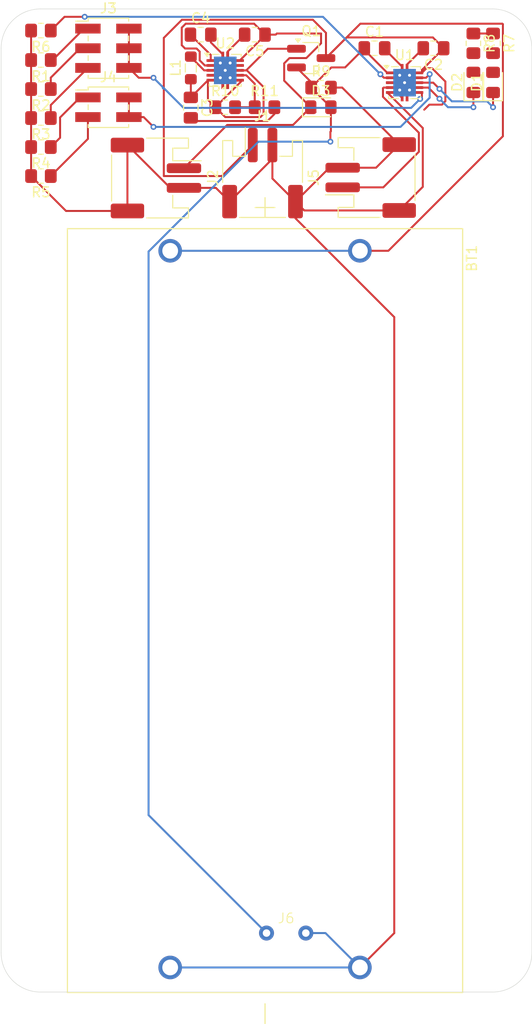
<source format=kicad_pcb>
(kicad_pcb (version 20240108) (generator "pcbnew") (generator_version "8.0")
  (layers (0 "F.Cu" signal) (31 "B.Cu" signal) (34 "B.Paste" user) (35 "F.Paste" user) (36 "B.SilkS" user "B.Silkscreen") (37 "F.SilkS" user "F.Silkscreen") (38 "B.Mask" user) (39 "F.Mask" user) (44 "Edge.Cuts" user))
  (net 0 "")
  (net 1 "+5V")
  (net 2 "GND")
  (net 3 "Net-(Q1-D)")
  (net 4 "Net-(U2-VAUX)")
  (net 5 "Net-(D3-K)")
  (net 6 "Net-(D1-A)")
  (net 7 "Net-(D1-K)")
  (net 8 "Net-(D2-A)")
  (net 9 "Net-(D2-K)")
  (net 10 "Net-(U2-L)")
  (net 11 "Net-(U1-ISET)")
  (net 12 "Net-(U2-UVLO)")
  (net 14 "Net-(J3-Pin_2)")
  (net 15 "Net-(J3-Pin_3)")
  (net 16 "Net-(J3-Pin_1)")
  (net 17 "Net-(J3-Pin_5)")
  (net 18 "Net-(J4-Pin_3)")
  (net 19 "Net-(J4-Pin_1)")
  (net 20 "Net-(J4-Pin_2)")
  (net 21 "Net-(J5-Pin_1)")
  (net 22 "Net-(J1-Pin_1)")
  (footprint "Resistor_SMD:R_0805_2012Metric_Pad1.20x1.40mm_HandSolder" (layer "F.Cu") (at 136.8 49.5)
    (property "Reference" "R11" (at 0 -1.65 0) (layer "F.SilkS"))
    (property "Value" "180kΩ")
    (pad "1" smd roundrect (at -1 0) (size 1.2 1.4) (layers "F.Cu" "F.Paste" "F.Mask") (roundrect_rratio 0.208333) (net 12 "Net-(U2-UVLO)"))
    (pad "2" smd roundrect (at 1 0) (size 1.2 1.4) (layers "F.Cu" "F.Paste" "F.Mask") (roundrect_rratio 0.208333) (net 2 "GND"))
  )
  (footprint "Diode_SMD:D_0805_2012Metric_Pad1.15x1.40mm_HandSolder" (layer "F.Cu") (at 142.525 49.5)
    (property "Reference" "D3" (at 0 -1.65 0) (layer "F.SilkS"))
    (property "Value" "D_Schottky")
    (pad "1" smd roundrect (at -1.025 0) (size 1.15 1.4) (layers "F.Cu" "F.Paste" "F.Mask") (roundrect_rratio 0.217391) (net 5 "Net-(D3-K)"))
    (pad "2" smd roundrect (at 1.025 0) (size 1.15 1.4) (layers "F.Cu" "F.Paste" "F.Mask") (roundrect_rratio 0.217391) (net 1 "+5V"))
  )
  (footprint "LED_SMD:LED_0805_2012Metric_Pad1.15x1.40mm_HandSolder" (layer "F.Cu") (at 160.05 46.975 90)
    (property "Reference" "D1" (at 0 -1.65 90) (layer "F.SilkS"))
    (property "Value" "LED")
    (pad "1" smd roundrect (at -1.025 0 90) (size 1.15 1.4) (layers "F.Cu" "F.Paste" "F.Mask") (roundrect_rratio 0.217391) (net 7 "Net-(D1-K)"))
    (pad "2" smd roundrect (at 1.025 0 90) (size 1.15 1.4) (layers "F.Cu" "F.Paste" "F.Mask") (roundrect_rratio 0.217391) (net 6 "Net-(D1-A)"))
  )
  (footprint "Inductor_SMD:L_0805_2012Metric_Pad1.05x1.20mm_HandSolder" (layer "F.Cu") (at 129.3 45.5 90)
    (property "Reference" "L1" (at 0 -1.55 90) (layer "F.SilkS"))
    (property "Value" "22μH")
    (pad "1" smd roundrect (at -1.15 0 90) (size 1.05 1.2) (layers "F.Cu" "F.Paste" "F.Mask") (roundrect_rratio 0.238095) (net 3 "Net-(Q1-D)"))
    (pad "2" smd roundrect (at 1.15 0 90) (size 1.05 1.2) (layers "F.Cu" "F.Paste" "F.Mask") (roundrect_rratio 0.238095) (net 10 "Net-(U2-L)"))
  )
  (footprint "Resistor_SMD:R_0805_2012Metric_Pad1.20x1.40mm_HandSolder" (layer "F.Cu") (at 114.05 41.7 180)
    (property "Reference" "R6" (at 0 -1.65 0) (layer "F.SilkS"))
    (property "Value" "600Ω")
    (pad "1" smd roundrect (at -1 0 180) (size 1.2 1.4) (layers "F.Cu" "F.Paste" "F.Mask") (roundrect_rratio 0.208333) (net 11 "Net-(U1-ISET)"))
    (pad "2" smd roundrect (at 1 0 180) (size 1.2 1.4) (layers "F.Cu" "F.Paste" "F.Mask") (roundrect_rratio 0.208333) (net 2 "GND"))
  )
  (footprint "Connector_PinHeader_2.00mm:PinHeader_2x03_P2.00mm_Vertical_SMD" (layer "F.Cu") (at 120.915 43.5)
    (property "Reference" "J3" (at 0 -4.06 0) (layer "F.SilkS"))
    (property "Value" "Chem Timer Select")
    (pad "1" smd rect (at -2.085 -2) (size 2.58 1) (layers "F.Cu" "F.Paste" "F.Mask") (net 16 "Net-(J3-Pin_1)"))
    (pad "2" smd rect (at 2.085 -2) (size 2.58 1) (layers "F.Cu" "F.Paste" "F.Mask") (net 14 "Net-(J3-Pin_2)"))
    (pad "3" smd rect (at -2.085 0) (size 2.58 1) (layers "F.Cu" "F.Paste" "F.Mask") (net 15 "Net-(J3-Pin_3)"))
    (pad "4" smd rect (at 2.085 0) (size 2.58 1) (layers "F.Cu" "F.Paste" "F.Mask") (net 14 "Net-(J3-Pin_2)"))
    (pad "5" smd rect (at -2.085 2) (size 2.58 1) (layers "F.Cu" "F.Paste" "F.Mask") (net 17 "Net-(J3-Pin_5)"))
    (pad "6" smd rect (at 2.085 2) (size 2.58 1) (layers "F.Cu" "F.Paste" "F.Mask") (net 14 "Net-(J3-Pin_2)"))
  )
  (footprint "Resistor_SMD:R_0805_2012Metric_Pad1.20x1.40mm_HandSolder" (layer "F.Cu") (at 160.05 43 -90)
    (property "Reference" "R7" (at 0 -1.65 90) (layer "F.SilkS"))
    (property "Value" "10kΩ")
    (pad "1" smd roundrect (at -1 0 270) (size 1.2 1.4) (layers "F.Cu" "F.Paste" "F.Mask") (roundrect_rratio 0.208333) (net 5 "Net-(D3-K)"))
    (pad "2" smd roundrect (at 1 0 270) (size 1.2 1.4) (layers "F.Cu" "F.Paste" "F.Mask") (roundrect_rratio 0.208333) (net 6 "Net-(D1-A)"))
  )
  (footprint "Package_TO_SOT_SMD:SOT-23_Handsoldering" (layer "F.Cu") (at 141.55 44.5)
    (property "Reference" "Q1" (at 0 -2.75 0) (layer "F.SilkS"))
    (property "Value" "PMOS")
    (pad "1" smd roundrect (at -1.5 -0.95) (size 1.9 0.8) (layers "F.Cu" "F.Paste" "F.Mask") (net 3 "Net-(Q1-D)"))
    (pad "2" smd roundrect (at -1.5 0.95) (size 1.9 0.8) (layers "F.Cu" "F.Paste" "F.Mask") (net 1 "+5V"))
    (pad "3" smd roundrect (at 1.5 0) (size 1.9 0.8) (layers "F.Cu" "F.Paste" "F.Mask") (net 22 "Net-(J1-Pin_1)"))
  )
  (footprint "Resistor_SMD:R_0805_2012Metric_Pad1.20x1.40mm_HandSolder" (layer "F.Cu") (at 142.55 47.5)
    (property "Reference" "R9" (at 0 -1.65 0) (layer "F.SilkS"))
    (property "Value" "10kΩ")
    (pad "1" smd roundrect (at -1 0) (size 1.2 1.4) (layers "F.Cu" "F.Paste" "F.Mask") (roundrect_rratio 0.208333) (net 1 "+5V"))
    (pad "2" smd roundrect (at 1 0) (size 1.2 1.4) (layers "F.Cu" "F.Paste" "F.Mask") (roundrect_rratio 0.208333) (net 2 "GND"))
  )
  (footprint "Connector_JST:JST_PH_S2B-PH-SM4-TB_1x02-1MP_P2.00mm_Horizontal" (layer "F.Cu") (at 136.6 56.2)
    (property "Reference" "J1" (at 0 -5.8 0) (layer "F.SilkS"))
    (property "Value" "BAT")
    (pad "1" smd roundrect (at -1 -2.85) (size 1 3.5) (layers "F.Cu" "F.Paste" "F.Mask") (net 22 "Net-(J1-Pin_1)"))
    (pad "2" smd roundrect (at 1 -2.85) (size 1 3.5) (layers "F.Cu" "F.Paste" "F.Mask") (net 2 "GND"))
    (pad "MP" smd roundrect (at -3.35 2.9) (size 1.5 3.4) (layers "F.Cu" "F.Paste" "F.Mask") (roundrect_rratio 0.166667) (net 2 "GND"))
    (pad "MP" smd roundrect (at 3.35 2.9) (size 1.5 3.4) (layers "F.Cu" "F.Paste" "F.Mask") (roundrect_rratio 0.166667) (net 2 "GND"))
  )
  (footprint "Resistor_SMD:R_0805_2012Metric_Pad1.20x1.40mm_HandSolder" (layer "F.Cu") (at 114.05 53.55 180)
    (property "Reference" "R4" (at 0 -1.65 0) (layer "F.SilkS"))
    (property "Value" "82kΩ")
    (pad "1" smd roundrect (at -1 0 180) (size 1.2 1.4) (layers "F.Cu" "F.Paste" "F.Mask") (roundrect_rratio 0.208333) (net 19 "Net-(J4-Pin_1)"))
    (pad "2" smd roundrect (at 1 0 180) (size 1.2 1.4) (layers "F.Cu" "F.Paste" "F.Mask") (roundrect_rratio 0.208333) (net 2 "GND"))
  )
  (footprint "Capacitor_SMD:C_0805_2012Metric_Pad1.18x1.45mm_HandSolder" (layer "F.Cu") (at 153.9875 43.5 180)
    (property "Reference" "C2" (at 0 -1.68 0) (layer "F.SilkS"))
    (property "Value" "1μF")
    (pad "1" smd roundrect (at -1.0375 0 180) (size 1.175 1.45) (layers "F.Cu" "F.Paste" "F.Mask") (roundrect_rratio 0.212766) (net 22 "Net-(J1-Pin_1)"))
    (pad "2" smd roundrect (at 1.0375 0 180) (size 1.175 1.45) (layers "F.Cu" "F.Paste" "F.Mask") (roundrect_rratio 0.212766) (net 2 "GND"))
  )
  (footprint "Resistor_SMD:R_0805_2012Metric_Pad1.20x1.40mm_HandSolder" (layer "F.Cu") (at 132.8 49.5)
    (property "Reference" "R10" (at 0 -1.65 0) (layer "F.SilkS"))
    (property "Value" "2MΩ")
    (pad "1" smd roundrect (at -1 0) (size 1.2 1.4) (layers "F.Cu" "F.Paste" "F.Mask") (roundrect_rratio 0.208333) (net 3 "Net-(Q1-D)"))
    (pad "2" smd roundrect (at 1 0) (size 1.2 1.4) (layers "F.Cu" "F.Paste" "F.Mask") (roundrect_rratio 0.208333) (net 12 "Net-(U2-UVLO)"))
  )
  (footprint "Capacitor_SMD:C_0805_2012Metric_Pad1.18x1.45mm_HandSolder" (layer "F.Cu") (at 147.9875 43.5)
    (property "Reference" "C1" (at 0 -1.68 0) (layer "F.SilkS"))
    (property "Value" "1μF")
    (pad "1" smd roundrect (at -1.0375 0) (size 1.175 1.45) (layers "F.Cu" "F.Paste" "F.Mask") (roundrect_rratio 0.212766) (net 1 "+5V"))
    (pad "2" smd roundrect (at 1.0375 0) (size 1.175 1.45) (layers "F.Cu" "F.Paste" "F.Mask") (roundrect_rratio 0.212766) (net 2 "GND"))
  )
  (footprint "Connector_JST:JST_PH_S2B-PH-SM4-TB_1x02-1MP_P2.00mm_Horizontal" (layer "F.Cu") (at 125.75 56.7 -90)
    (property "Reference" "J2" (at 0 -5.8 90) (layer "F.SilkS"))
    (property "Value" "LOAD")
    (pad "1" smd roundrect (at -1 -2.85 270) (size 1 3.5) (layers "F.Cu" "F.Paste" "F.Mask") (net 5 "Net-(D3-K)"))
    (pad "2" smd roundrect (at 1 -2.85 270) (size 1 3.5) (layers "F.Cu" "F.Paste" "F.Mask") (net 2 "GND"))
    (pad "MP" smd roundrect (at -3.35 2.9 270) (size 1.5 3.4) (layers "F.Cu" "F.Paste" "F.Mask") (roundrect_rratio 0.166667) (net 2 "GND"))
    (pad "MP" smd roundrect (at 3.35 2.9 270) (size 1.5 3.4) (layers "F.Cu" "F.Paste" "F.Mask") (roundrect_rratio 0.166667) (net 2 "GND"))
  )
  (footprint "Package_SON:Texas_S-PVSON-N10_ThermalVias" (layer "F.Cu") (at 151.05 47)
    (property "Reference" "U1" (at 0 -2.8 0) (layer "F.SilkS"))
    (property "Value" "BQ25171-Q1")
    (pad "1" smd rect (at -1.76 -1) (size 0.28 0.28) (layers "F.Cu" "F.Paste" "F.Mask") (net 1 "+5V"))
    (pad "1" smd oval (at -1.475 -1) (size 0.85 0.28) (layers "F.Cu" "F.Paste" "F.Mask") (net 1 "+5V"))
    (pad "2" smd rect (at -1.76 -0.5) (size 0.28 0.28) (layers "F.Cu" "F.Paste" "F.Mask") (net 11 "Net-(U1-ISET)"))
    (pad "2" smd oval (at -1.475 -0.5) (size 0.85 0.28) (layers "F.Cu" "F.Paste" "F.Mask") (net 11 "Net-(U1-ISET)"))
    (pad "3" smd rect (at -1.76 0) (size 0.28 0.28) (layers "F.Cu" "F.Paste" "F.Mask"))
    (pad "3" smd oval (at -1.475 0) (size 0.85 0.28) (layers "F.Cu" "F.Paste" "F.Mask"))
    (pad "4" smd rect (at -1.76 0.5) (size 0.28 0.28) (layers "F.Cu" "F.Paste" "F.Mask") (net 21 "Net-(J5-Pin_1)"))
    (pad "4" smd oval (at -1.475 0.5) (size 0.85 0.28) (layers "F.Cu" "F.Paste" "F.Mask") (net 21 "Net-(J5-Pin_1)"))
    (pad "5" smd rect (at -1.76 1) (size 0.28 0.28) (layers "F.Cu" "F.Paste" "F.Mask") (net 2 "GND"))
    (pad "5" smd oval (at -1.475 1) (size 0.85 0.28) (layers "F.Cu" "F.Paste" "F.Mask") (net 2 "GND"))
    (pad "6" smd oval (at 1.475 1) (size 0.85 0.28) (layers "F.Cu" "F.Paste" "F.Mask") (net 14 "Net-(J3-Pin_2)"))
    (pad "6" smd rect (at 1.76 1) (size 0.28 0.28) (layers "F.Cu" "F.Paste" "F.Mask") (net 14 "Net-(J3-Pin_2)"))
    (pad "7" smd oval (at 1.475 0.5) (size 0.85 0.28) (layers "F.Cu" "F.Paste" "F.Mask") (net 9 "Net-(D2-K)"))
    (pad "7" smd rect (at 1.76 0.5) (size 0.28 0.28) (layers "F.Cu" "F.Paste" "F.Mask") (net 9 "Net-(D2-K)"))
    (pad "8" smd oval (at 1.475 0) (size 0.85 0.28) (layers "F.Cu" "F.Paste" "F.Mask") (net 7 "Net-(D1-K)"))
    (pad "8" smd rect (at 1.76 0) (size 0.28 0.28) (layers "F.Cu" "F.Paste" "F.Mask") (net 7 "Net-(D1-K)"))
    (pad "9" smd oval (at 1.475 -0.5) (size 0.85 0.28) (layers "F.Cu" "F.Paste" "F.Mask") (net 20 "Net-(J4-Pin_2)"))
    (pad "9" smd rect (at 1.76 -0.5) (size 0.28 0.28) (layers "F.Cu" "F.Paste" "F.Mask") (net 20 "Net-(J4-Pin_2)"))
    (pad "10" smd oval (at 1.475 -1) (size 0.85 0.28) (layers "F.Cu" "F.Paste" "F.Mask") (net 22 "Net-(J1-Pin_1)"))
    (pad "10" smd rect (at 1.76 -1) (size 0.28 0.28) (layers "F.Cu" "F.Paste" "F.Mask") (net 22 "Net-(J1-Pin_1)"))
    (pad "11" thru_hole circle (at -0.5 -0.75) (size 0.6 0.6) (drill 0.3) (layers "*.Cu" "*.Mask") (net 2 "GND"))
    (pad "11" thru_hole circle (at -0.5 0.75) (size 0.6 0.6) (drill 0.3) (layers "*.Cu" "*.Mask") (net 2 "GND"))
    (pad "11" smd rect (at -0.45 -0.635) (size 0.68 1.05) (layers "F.Cu" "F.Paste" "F.Mask") (net 2 "GND"))
    (pad "11" smd rect (at -0.45 0.635) (size 0.68 1.05) (layers "F.Cu" "F.Paste" "F.Mask") (net 2 "GND"))
    (pad "11" smd rect (at -0.25 -1.63) (size 0.26 0.5) (layers "F.Cu" "F.Paste" "F.Mask") (net 2 "GND"))
    (pad "11" smd rect (at -0.25 -1.55) (size 0.28 0.7) (layers "F.Cu" "F.Mask") (net 2 "GND"))
    (pad "11" smd rect (at -0.25 1.55) (size 0.28 0.7) (layers "F.Cu" "F.Mask") (net 2 "GND"))
    (pad "11" smd rect (at -0.25 1.63) (size 0.26 0.5) (layers "F.Cu" "F.Paste" "F.Mask") (net 2 "GND"))
    (pad "11" thru_hole circle (at 0 0) (size 0.6 0.6) (drill 0.3) (layers "*.Cu" "*.Mask") (net 2 "GND"))
    (pad "11" smd rect (at 0 0) (size 1.65 2.4) (layers "F.Cu" "F.Mask") (net 2 "GND"))
    (pad "11" smd rect (at 0 0) (size 2.3 2.8) (layers "B.Cu") (net 2 "GND"))
    (pad "11" smd rect (at 0.25 -1.63) (size 0.26 0.5) (layers "F.Cu" "F.Paste" "F.Mask") (net 2 "GND"))
    (pad "11" smd rect (at 0.25 -1.55) (size 0.28 0.7) (layers "F.Cu" "F.Mask") (net 2 "GND"))
    (pad "11" smd rect (at 0.25 1.55) (size 0.28 0.7) (layers "F.Cu" "F.Mask") (net 2 "GND"))
    (pad "11" smd rect (at 0.25 1.63) (size 0.26 0.5) (layers "F.Cu" "F.Paste" "F.Mask") (net 2 "GND"))
    (pad "11" smd rect (at 0.45 -0.635) (size 0.68 1.05) (layers "F.Cu" "F.Paste" "F.Mask") (net 2 "GND"))
    (pad "11" smd rect (at 0.45 0.635) (size 0.68 1.05) (layers "F.Cu" "F.Paste" "F.Mask") (net 2 "GND"))
    (pad "11" thru_hole circle (at 0.5 -0.75) (size 0.6 0.6) (drill 0.3) (layers "*.Cu" "*.Mask") (net 2 "GND"))
    (pad "11" thru_hole circle (at 0.5 0.75) (size 0.6 0.6) (drill 0.3) (layers "*.Cu" "*.Mask") (net 2 "GND"))
  )
  (footprint "Connector_PinHeader_2.00mm:PinHeader_2x02_P2.00mm_Vertical_SMD" (layer "F.Cu") (at 120.915 49.5)
    (property "Reference" "J4" (at 0 -3.06 0) (layer "F.SilkS"))
    (property "Value" "LiFePO or LiIon/NiMH Select")
    (pad "1" smd rect (at -2.085 -1) (size 2.58 1) (layers "F.Cu" "F.Paste" "F.Mask") (net 19 "Net-(J4-Pin_1)"))
    (pad "2" smd rect (at 2.085 -1) (size 2.58 1) (layers "F.Cu" "F.Paste" "F.Mask") (net 20 "Net-(J4-Pin_2)"))
    (pad "3" smd rect (at -2.085 1) (size 2.58 1) (layers "F.Cu" "F.Paste" "F.Mask") (net 18 "Net-(J4-Pin_3)"))
    (pad "4" smd rect (at 2.085 1) (size 2.58 1) (layers "F.Cu" "F.Paste" "F.Mask") (net 20 "Net-(J4-Pin_2)"))
  )
  (footprint "Resistor_SMD:R_0805_2012Metric_Pad1.20x1.40mm_HandSolder" (layer "F.Cu") (at 114.05 44.7 180)
    (property "Reference" "R1" (at 0 -1.65 0) (layer "F.SilkS"))
    (property "Value" "82kΩ")
    (pad "1" smd roundrect (at -1 0 180) (size 1.2 1.4) (layers "F.Cu" "F.Paste" "F.Mask") (roundrect_rratio 0.208333) (net 16 "Net-(J3-Pin_1)"))
    (pad "2" smd roundrect (at 1 0 180) (size 1.2 1.4) (layers "F.Cu" "F.Paste" "F.Mask") (roundrect_rratio 0.208333) (net 2 "GND"))
  )
  (footprint "Capacitor_SMD:C_0805_2012Metric_Pad1.18x1.45mm_HandSolder" (layer "F.Cu") (at 130.3 42.115)
    (property "Reference" "C4" (at 0 -1.68 0) (layer "F.SilkS"))
    (property "Value" "1μF")
    (pad "1" smd roundrect (at -1.0375 0) (size 1.175 1.45) (layers "F.Cu" "F.Paste" "F.Mask") (roundrect_rratio 0.212766) (net 4 "Net-(U2-VAUX)"))
    (pad "2" smd roundrect (at 1.0375 0) (size 1.175 1.45) (layers "F.Cu" "F.Paste" "F.Mask") (roundrect_rratio 0.212766) (net 2 "GND"))
  )
  (footprint "Capacitor_SMD:C_0805_2012Metric_Pad1.18x1.45mm_HandSolder" (layer "F.Cu") (at 129.3 49.5375 -90)
    (property "Reference" "C3" (at 0 -1.68 90) (layer "F.SilkS"))
    (property "Value" "4.7μF")
    (pad "1" smd roundrect (at -1.0375 0 270) (size 1.175 1.45) (layers "F.Cu" "F.Paste" "F.Mask") (roundrect_rratio 0.212766) (net 3 "Net-(Q1-D)"))
    (pad "2" smd roundrect (at 1.0375 0 270) (size 1.175 1.45) (layers "F.Cu" "F.Paste" "F.Mask") (roundrect_rratio 0.212766) (net 2 "GND"))
  )
  (footprint "Resistor_SMD:R_0805_2012Metric_Pad1.20x1.40mm_HandSolder" (layer "F.Cu") (at 114.05 50.6 180)
    (property "Reference" "R3" (at 0 -1.65 0) (layer "F.SilkS"))
    (property "Value" "4.7kΩ")
    (pad "1" smd roundrect (at -1 0 180) (size 1.2 1.4) (layers "F.Cu" "F.Paste" "F.Mask") (roundrect_rratio 0.208333) (net 17 "Net-(J3-Pin_5)"))
    (pad "2" smd roundrect (at 1 0 180) (size 1.2 1.4) (layers "F.Cu" "F.Paste" "F.Mask") (roundrect_rratio 0.208333) (net 2 "GND"))
  )
  (footprint "Resistor_SMD:R_0805_2012Metric_Pad1.20x1.40mm_HandSolder" (layer "F.Cu") (at 114.05 56.5 180)
    (property "Reference" "R5" (at 0 -1.65 0) (layer "F.SilkS"))
    (property "Value" "18kΩ")
    (pad "1" smd roundrect (at -1 0 180) (size 1.2 1.4) (layers "F.Cu" "F.Paste" "F.Mask") (roundrect_rratio 0.208333) (net 18 "Net-(J4-Pin_3)"))
    (pad "2" smd roundrect (at 1 0 180) (size 1.2 1.4) (layers "F.Cu" "F.Paste" "F.Mask") (roundrect_rratio 0.208333) (net 2 "GND"))
  )
  (footprint "Package_SON:Texas_S-PVSON-N10_ThermalVias" (layer "F.Cu") (at 132.8 45.75)
    (property "Reference" "U2" (at 0 -2.75 0) (layer "F.SilkS"))
    (property "Value" "TPS61200DRC")
    (pad "1" smd rect (at -1.76 -1) (size 0.28 0.28) (layers "F.Cu" "F.Paste" "F.Mask") (net 4 "Net-(U2-VAUX)"))
    (pad "1" smd oval (at -1.475 -1) (size 0.85 0.28) (layers "F.Cu" "F.Paste" "F.Mask") (net 4 "Net-(U2-VAUX)"))
    (pad "2" smd rect (at -1.76 -0.5) (size 0.28 0.28) (layers "F.Cu" "F.Paste" "F.Mask") (net 5 "Net-(D3-K)"))
    (pad "2" smd oval (at -1.475 -0.5) (size 0.85 0.28) (layers "F.Cu" "F.Paste" "F.Mask") (net 5 "Net-(D3-K)"))
    (pad "3" smd rect (at -1.76 0) (size 0.28 0.28) (layers "F.Cu" "F.Paste" "F.Mask") (net 10 "Net-(U2-L)"))
    (pad "3" smd oval (at -1.475 0) (size 0.85 0.28) (layers "F.Cu" "F.Paste" "F.Mask") (net 10 "Net-(U2-L)"))
    (pad "4" smd rect (at -1.76 0.5) (size 0.28 0.28) (layers "F.Cu" "F.Paste" "F.Mask") (net 2 "GND"))
    (pad "4" smd oval (at -1.475 0.5) (size 0.85 0.28) (layers "F.Cu" "F.Paste" "F.Mask") (net 2 "GND"))
    (pad "5" smd rect (at -1.76 1) (size 0.28 0.28) (layers "F.Cu" "F.Paste" "F.Mask") (net 3 "Net-(Q1-D)"))
    (pad "5" smd oval (at -1.475 1) (size 0.85 0.28) (layers "F.Cu" "F.Paste" "F.Mask") (net 3 "Net-(Q1-D)"))
    (pad "6" smd oval (at 1.475 1) (size 0.85 0.28) (layers "F.Cu" "F.Paste" "F.Mask") (net 3 "Net-(Q1-D)"))
    (pad "6" smd rect (at 1.76 1) (size 0.28 0.28) (layers "F.Cu" "F.Paste" "F.Mask") (net 3 "Net-(Q1-D)"))
    (pad "7" smd oval (at 1.475 0.5) (size 0.85 0.28) (layers "F.Cu" "F.Paste" "F.Mask") (net 12 "Net-(U2-UVLO)"))
    (pad "7" smd rect (at 1.76 0.5) (size 0.28 0.28) (layers "F.Cu" "F.Paste" "F.Mask") (net 12 "Net-(U2-UVLO)"))
    (pad "8" smd oval (at 1.475 0) (size 0.85 0.28) (layers "F.Cu" "F.Paste" "F.Mask") (net 3 "Net-(Q1-D)"))
    (pad "8" smd rect (at 1.76 0) (size 0.28 0.28) (layers "F.Cu" "F.Paste" "F.Mask") (net 3 "Net-(Q1-D)"))
    (pad "9" smd oval (at 1.475 -0.5) (size 0.85 0.28) (layers "F.Cu" "F.Paste" "F.Mask") (net 2 "GND"))
    (pad "9" smd rect (at 1.76 -0.5) (size 0.28 0.28) (layers "F.Cu" "F.Paste" "F.Mask") (net 2 "GND"))
    (pad "10" smd oval (at 1.475 -1) (size 0.85 0.28) (layers "F.Cu" "F.Paste" "F.Mask") (net 5 "Net-(D3-K)"))
    (pad "10" smd rect (at 1.76 -1) (size 0.28 0.28) (layers "F.Cu" "F.Paste" "F.Mask") (net 5 "Net-(D3-K)"))
    (pad "11" thru_hole circle (at -0.5 -0.75) (size 0.6 0.6) (drill 0.3) (layers "*.Cu" "*.Mask") (net 2 "GND"))
    (pad "11" thru_hole circle (at -0.5 0.75) (size 0.6 0.6) (drill 0.3) (layers "*.Cu" "*.Mask") (net 2 "GND"))
    (pad "11" smd rect (at -0.45 -0.635) (size 0.68 1.05) (layers "F.Cu" "F.Paste" "F.Mask") (net 2 "GND"))
    (pad "11" smd rect (at -0.45 0.635) (size 0.68 1.05) (layers "F.Cu" "F.Paste" "F.Mask") (net 2 "GND"))
    (pad "11" smd rect (at -0.25 -1.63) (size 0.26 0.5) (layers "F.Cu" "F.Paste" "F.Mask") (net 2 "GND"))
    (pad "11" smd rect (at -0.25 -1.55) (size 0.28 0.7) (layers "F.Cu" "F.Mask") (net 2 "GND"))
    (pad "11" smd rect (at -0.25 1.55) (size 0.28 0.7) (layers "F.Cu" "F.Mask") (net 2 "GND"))
    (pad "11" smd rect (at -0.25 1.63) (size 0.26 0.5) (layers "F.Cu" "F.Paste" "F.Mask") (net 2 "GND"))
    (pad "11" thru_hole circle (at 0 0) (size 0.6 0.6) (drill 0.3) (layers "*.Cu" "*.Mask") (net 2 "GND"))
    (pad "11" smd rect (at 0 0) (size 1.65 2.4) (layers "F.Cu" "F.Mask") (net 2 "GND"))
    (pad "11" smd rect (at 0 0) (size 2.3 2.8) (layers "B.Cu") (net 2 "GND"))
    (pad "11" smd rect (at 0.25 -1.63) (size 0.26 0.5) (layers "F.Cu" "F.Paste" "F.Mask") (net 2 "GND"))
    (pad "11" smd rect (at 0.25 -1.55) (size 0.28 0.7) (layers "F.Cu" "F.Mask") (net 2 "GND"))
    (pad "11" smd rect (at 0.25 1.55) (size 0.28 0.7) (layers "F.Cu" "F.Mask") (net 2 "GND"))
    (pad "11" smd rect (at 0.25 1.63) (size 0.26 0.5) (layers "F.Cu" "F.Paste" "F.Mask") (net 2 "GND"))
    (pad "11" smd rect (at 0.45 -0.635) (size 0.68 1.05) (layers "F.Cu" "F.Paste" "F.Mask") (net 2 "GND"))
    (pad "11" smd rect (at 0.45 0.635) (size 0.68 1.05) (layers "F.Cu" "F.Paste" "F.Mask") (net 2 "GND"))
    (pad "11" thru_hole circle (at 0.5 -0.75) (size 0.6 0.6) (drill 0.3) (layers "*.Cu" "*.Mask") (net 2 "GND"))
    (pad "11" thru_hole circle (at 0.5 0.75) (size 0.6 0.6) (drill 0.3) (layers "*.Cu" "*.Mask") (net 2 "GND"))
  )
  (footprint "chatter-usb-tap:Chatter_USB_Tap" (layer "F.Cu") (at 139 133.5)
    (property "Reference" "J6" (at 0 -1.5 0) (layer "F.SilkS") (effects (font (thickness 0.1))))
    (property "Value" "USB TAP")
    (pad "1" thru_hole circle (at -2 0) (size 1.524 1.524) (drill 0.762) (layers "*.Cu" "*.Mask") (net 1 "+5V"))
    (pad "2" thru_hole circle (at 2 0) (size 1.524 1.524) (drill 0.762) (layers "*.Cu" "*.Mask") (net 2 "GND"))
  )
  (footprint "Resistor_SMD:R_0805_2012Metric_Pad1.20x1.40mm_HandSolder" (layer "F.Cu") (at 114.05 47.65 180)
    (property "Reference" "R2" (at 0 -1.65 0) (layer "F.SilkS"))
    (property "Value" "18kΩ")
    (pad "1" smd roundrect (at -1 0 180) (size 1.2 1.4) (layers "F.Cu" "F.Paste" "F.Mask") (roundrect_rratio 0.208333) (net 15 "Net-(J3-Pin_3)"))
    (pad "2" smd roundrect (at 1 0 180) (size 1.2 1.4) (layers "F.Cu" "F.Paste" "F.Mask") (roundrect_rratio 0.208333) (net 2 "GND"))
  )
  (footprint "BK-18650-PC4:BAT_BK-18650-PC4" (layer "F.Cu") (at 136.85 100.7 -90)
    (property "Reference" "BT1" (at -35.825 -21.045 90) (layer "F.SilkS"))
    (property "Value" "BK-18650-PC4")
    (pad "" np_thru_hole circle (at -27.81 -9.65 270) (size 3.2 3.2) (drill 3.2) (layers "*.Cu" "*.Mask"))
    (pad "" np_thru_hole circle (at -27.81 9.65 270) (size 3.2 3.2) (drill 3.2) (layers "*.Cu" "*.Mask"))
    (pad "" np_thru_hole circle (at 27.81 -9.65 270) (size 3.2 3.2) (drill 3.2) (layers "*.Cu" "*.Mask"))
    (pad "" np_thru_hole circle (at 27.81 9.65 270) (size 3.2 3.2) (drill 3.2) (layers "*.Cu" "*.Mask"))
    (pad "1+" thru_hole circle (at -36.6 -9.65 270) (size 2.4 2.4) (drill 1.6) (layers "*.Cu" "*.Mask") (net 22 "Net-(J1-Pin_1)"))
    (pad "1-" thru_hole circle (at 36.3 -9.65 270) (size 2.4 2.4) (drill 1.6) (layers "*.Cu" "*.Mask") (net 2 "GND"))
    (pad "2+" thru_hole circle (at -36.6 9.65 270) (size 2.4 2.4) (drill 1.6) (layers "*.Cu" "*.Mask") (net 22 "Net-(J1-Pin_1)"))
    (pad "2-" thru_hole circle (at 36.3 9.65 270) (size 2.4 2.4) (drill 1.6) (layers "*.Cu" "*.Mask") (net 2 "GND"))
  )
  (footprint "Capacitor_SMD:C_0805_2012Metric_Pad1.18x1.45mm_HandSolder" (layer "F.Cu") (at 135.8125 42.115 180)
    (property "Reference" "C5" (at 0 -1.68 0) (layer "F.SilkS"))
    (property "Value" "22μF")
    (pad "1" smd roundrect (at -1.0375 0 180) (size 1.175 1.45) (layers "F.Cu" "F.Paste" "F.Mask") (roundrect_rratio 0.212766) (net 5 "Net-(D3-K)"))
    (pad "2" smd roundrect (at 1.0375 0 180) (size 1.175 1.45) (layers "F.Cu" "F.Paste" "F.Mask") (roundrect_rratio 0.212766) (net 2 "GND"))
  )
  (footprint "LED_SMD:LED_0805_2012Metric_Pad1.15x1.40mm_HandSolder" (layer "F.Cu") (at 158.05 46.975 90)
    (property "Reference" "D2" (at 0 -1.65 90) (layer "F.SilkS"))
    (property "Value" "LED")
    (pad "1" smd roundrect (at -1.025 0 90) (size 1.15 1.4) (layers "F.Cu" "F.Paste" "F.Mask") (roundrect_rratio 0.217391) (net 9 "Net-(D2-K)"))
    (pad "2" smd roundrect (at 1.025 0 90) (size 1.15 1.4) (layers "F.Cu" "F.Paste" "F.Mask") (roundrect_rratio 0.217391) (net 8 "Net-(D2-A)"))
  )
  (footprint "Connector_JST:JST_PH_S2B-PH-SM4-TB_1x02-1MP_P2.00mm_Horizontal" (layer "F.Cu") (at 147.6 56.65 90)
    (property "Reference" "J5" (at 0 -5.8 90) (layer "F.SilkS"))
    (property "Value" "THERM")
    (pad "1" smd roundrect (at -1 -2.85 90) (size 1 3.5) (layers "F.Cu" "F.Paste" "F.Mask") (net 21 "Net-(J5-Pin_1)"))
    (pad "2" smd roundrect (at 1 -2.85 90) (size 1 3.5) (layers "F.Cu" "F.Paste" "F.Mask") (net 2 "GND"))
    (pad "MP" smd roundrect (at -3.35 2.9 90) (size 1.5 3.4) (layers "F.Cu" "F.Paste" "F.Mask") (roundrect_rratio 0.166667) (net 2 "GND"))
    (pad "MP" smd roundrect (at 3.35 2.9 90) (size 1.5 3.4) (layers "F.Cu" "F.Paste" "F.Mask") (roundrect_rratio 0.166667) (net 2 "GND"))
  )
  (footprint "Resistor_SMD:R_0805_2012Metric_Pad1.20x1.40mm_HandSolder" (layer "F.Cu") (at 158.05 43 -90)
    (property "Reference" "R8" (at 0 -1.65 90) (layer "F.SilkS"))
    (property "Value" "10kΩ")
    (pad "1" smd roundrect (at -1 0 270) (size 1.2 1.4) (layers "F.Cu" "F.Paste" "F.Mask") (roundrect_rratio 0.208333) (net 5 "Net-(D3-K)"))
    (pad "2" smd roundrect (at 1 0 270) (size 1.2 1.4) (layers "F.Cu" "F.Paste" "F.Mask") (roundrect_rratio 0.208333) (net 8 "Net-(D2-A)"))
  )
  (gr_line (start 110 135.5) (end 110 43.5) (stroke (width 0.05)) (layer "Edge.Cuts"))
  (gr_line (start 164 43.5) (end 164 135.5) (stroke (width 0.05)) (layer "Edge.Cuts"))
  (gr_arc (start 164 135.5) (mid 162.828427 138.328427) (end 160 139.5) (stroke (width 0.05)) (layer "Edge.Cuts"))
  (gr_line (start 160 139.5) (end 114 139.5) (stroke (width 0.05)) (layer "Edge.Cuts"))
  (gr_arc (start 110 43.5) (mid 111.171573 40.671573) (end 114 39.5) (stroke (width 0.05)) (layer "Edge.Cuts"))
  (gr_arc (start 114 139.5) (mid 111.171573 138.328427) (end 110 135.5) (stroke (width 0.05)) (layer "Edge.Cuts"))
  (gr_arc (start 160 39.5) (mid 162.828427 40.671573) (end 164 43.5) (stroke (width 0.05)) (layer "Edge.Cuts"))
  (gr_line (start 114 39.5) (end 160 39.5) (stroke (width 0.05)) (layer "Edge.Cuts"))
  (segment (start 143.55 51.95) (end 143.55 49.5) (width 0.2) (layer "F.Cu") (net 1))
  (segment (start 143.6 45.45) (end 141.55 47.5) (width 0.2) (layer "F.Cu") (net 1))
  (segment (start 143.5 52) (end 143.55 51.95) (width 0.2) (layer "F.Cu") (net 1))
  (segment (start 146.95 43.5) (end 146.95 43.66) (width 0.2) (layer "F.Cu") (net 1))
  (segment (start 145 45.45) (end 146.95 43.5) (width 0.2) (layer "F.Cu") (net 1))
  (segment (start 141.55 47.5) (end 141.55 46.95) (width 0.2) (layer "F.Cu") (net 1))
  (segment (start 141.55 46.95) (end 140.05 45.45) (width 0.2) (layer "F.Cu") (net 1))
  (segment (start 145 45.45) (end 143.6 45.45) (width 0.2) (layer "F.Cu") (net 1))
  (segment (start 141.55 47.5) (end 143.55 49.5) (width 0.2) (layer "F.Cu") (net 1))
  (segment (start 143.5 53) (end 143.5 52) (width 0.2) (layer "F.Cu") (net 1))
  (segment (start 146.95 43.66) (end 149.29 46) (width 0.2) (layer "F.Cu") (net 1))
  (via (at 143.5 53) (size 0.6) (drill 0.3) (layers "F.Cu" "B.Cu") (net 1))
  (segment (start 125 121.5) (end 125 64.178679) (width 0.2) (layer "B.Cu") (net 1))
  (segment (start 136.178679 53) (end 143.5 53) (width 0.2) (layer "B.Cu") (net 1))
  (segment (start 125 64.178679) (end 136.178679 53) (width 0.2) (layer "B.Cu") (net 1))
  (segment (start 137 133.5) (end 125 121.5) (width 0.2) (layer "B.Cu") (net 1))
  (segment (start 128.6 57.7) (end 131.85 57.7) (width 0.2) (layer "F.Cu") (net 2))
  (segment (start 113.05 50.6) (end 113.05 47.65) (width 0.2) (layer "F.Cu") (net 2))
  (segment (start 144.7 47.5) (end 143.55 47.5) (width 0.2) (layer "F.Cu") (net 2))
  (segment (start 132.867746 46.25) (end 133.867746 45.25) (width 0.2) (layer "F.Cu") (net 2))
  (segment (start 113.05 56.5) (end 116.6 60.05) (width 0.2) (layer "F.Cu") (net 2))
  (segment (start 140.85 60) (end 150.5 60) (width 0.2) (layer "F.Cu") (net 2))
  (segment (start 151.3 45.37) (end 151.3 45.15) (width 0.2) (layer "F.Cu") (net 2))
  (segment (start 133.867746 45.25) (end 134.275 45.25) (width 0.2) (layer "F.Cu") (net 2))
  (segment (start 113.05 47.65) (end 113.05 44.7) (width 0.2) (layer "F.Cu") (net 2))
  (segment (start 122.85 60.05) (end 122.85 53.35) (width 0.2) (layer "F.Cu") (net 2))
  (segment (start 137.8 49.5) (end 137.8 50.2) (width 0.2) (layer "F.Cu") (net 2))
  (segment (start 116.6 60.05) (end 122.85 60.05) (width 0.2) (layer "F.Cu") (net 2))
  (segment (start 149.025 43.595) (end 150.8 45.37) (width 0.2) (layer "F.Cu") (net 2))
  (segment (start 133.05 43.84) (end 134.775 42.115) (width 0.2) (layer "F.Cu") (net 2))
  (segment (start 127.2 57.7) (end 128.6 57.7) (width 0.2) (layer "F.Cu") (net 2))
  (segment (start 129.625 50.9) (end 129.3 50.575) (width 0.2) (layer "F.Cu") (net 2))
  (segment (start 137.6 56.75) (end 139.95 59.1) (width 0.2) (layer "F.Cu") (net 2))
  (segment (start 149.29 48) (end 150.25 48) (width 0.2) (layer "F.Cu") (net 2))
  (segment (start 131.3375 42.115) (end 131.3375 42.9075) (width 0.2) (layer "F.Cu") (net 2))
  (segment (start 113.05 53.55) (end 113.05 50.6) (width 0.2) (layer "F.Cu") (net 2))
  (segment (start 122.85 53.35) (end 127.2 57.7) (width 0.2) (layer "F.Cu") (net 2))
  (segment (start 137.6 53.35) (end 137.6 56.75) (width 0.2) (layer "F.Cu") (net 2))
  (segment (start 133.3 45.25) (end 132.8 45.75) (width 0.2) (layer "F.Cu") (net 2))
  (segment (start 113.05 56.5) (end 113.465256 56.5) (width 0.2) (layer "F.Cu") (net 2))
  (segment (start 131.3375 42.9075) (end 132.55 44.12) (width 0.2) (layer "F.Cu") (net 2))
  (segment (start 150 133.5) (end 146.5 137) (width 0.2) (layer "F.Cu") (net 2))
  (segment (start 150.5 53.3) (end 144.7 47.5) (width 0.2) (layer "F.Cu") (net 2))
  (segment (start 137.6 54.75) (end 137.6 53.35) (width 0.2) (layer "F.Cu") (net 2))
  (segment (start 139.95 59.1) (end 143.4 55.65) (width 0.2) (layer "F.Cu") (net 2))
  (segment (start 133.25 59.1) (end 137.6 54.75) (width 0.2) (layer "F.Cu") (net 2))
  (segment (start 148.15 55.65) (end 150.5 53.3) (width 0.2) (layer "F.Cu") (net 2))
  (segment (start 113.05 56.5) (end 113.05 53.55) (width 0.2) (layer "F.Cu") (net 2))
  (segment (start 150.25 48) (end 150.8 48.55) (width 0.2) (layer "F.Cu") (net 2))
  (segment (start 151.3 45.15) (end 152.95 43.5) (width 0.2) (layer "F.Cu") (net 2))
  (segment (start 131.325 46.25) (end 132.867746 46.25) (width 0.2) (layer "F.Cu") (net 2))
  (segment (start 137.8 50.2) (end 137.1 50.9) (width 0.2) (layer "F.Cu") (net 2))
  (segment (start 149.29 48) (end 152.9 51.61) (width 0.2) (layer "F.Cu") (net 2))
  (segment (start 134.56 45.25) (end 133.3 45.25) (width 0.2) (layer "F.Cu") (net 2))
  (segment (start 149.025 43.5) (end 149.025 43.595) (width 0.2) (layer "F.Cu") (net 2))
  (segment (start 152.9 51.61) (end 152.9 57.6) (width 0.2) (layer "F.Cu") (net 2))
  (segment (start 139.95 59.1) (end 139.95 60.799999) (width 0.2) (layer "F.Cu") (net 2))
  (segment (start 139.95 60.799999) (end 150 70.849999) (width 0.2) (layer "F.Cu") (net 2))
  (segment (start 137.1 50.9) (end 129.625 50.9) (width 0.2) (layer "F.Cu") (net 2))
  (segment (start 131.85 57.7) (end 133.25 59.1) (width 0.2) (layer "F.Cu") (net 2))
  (segment (start 152.9 57.6) (end 150.5 60) (width 0.2) (layer "F.Cu") (net 2))
  (segment (start 143.4 55.65) (end 144.75 55.65) (width 0.2) (layer "F.Cu") (net 2))
  (segment (start 150 70.849999) (end 150 133.5) (width 0.2) (layer "F.Cu") (net 2))
  (segment (start 113.05 44.7) (end 113.05 41.7) (width 0.2) (layer "F.Cu") (net 2))
  (segment (start 144.75 55.65) (end 148.15 55.65) (width 0.2) (layer "F.Cu") (net 2))
  (segment (start 133.05 44.12) (end 133.05 43.84) (width 0.2) (layer "F.Cu") (net 2))
  (segment (start 139.95 59.1) (end 140.85 60) (width 0.2) (layer "F.Cu") (net 2))
  (segment (start 146.5 137) (end 143 133.5) (width 0.2) (layer "B.Cu") (net 2))
  (segment (start 146.5 137) (end 127.2 137) (width 0.2) (layer "B.Cu") (net 2))
  (segment (start 143 133.5) (end 141 133.5) (width 0.2) (layer "B.Cu") (net 2))
  (segment (start 136.7 47.444314) (end 136.7 50.184744) (width 0.2) (layer "F.Cu") (net 3))
  (segment (start 131.04 46.76) (end 129.3 48.5) (width 0.2) (layer "F.Cu") (net 3))
  (segment (start 131.04 48.74) (end 131.8 49.5) (width 0.2) (layer "F.Cu") (net 3))
  (segment (start 134.56 45.75) (end 135.005686 45.75) (width 0.2) (layer "F.Cu") (net 3))
  (segment (start 134.94 45.75) (end 134.275 45.75) (width 0.2) (layer "F.Cu") (net 3))
  (segment (start 136.384744 50.5) (end 132.8 50.5) (width 0.2) (layer "F.Cu") (net 3))
  (segment (start 140.05 43.55) (end 137.14 43.55) (width 0.2) (layer "F.Cu") (net 3))
  (segment (start 136.7 50.184744) (end 136.384744 50.5) (width 0.2) (layer "F.Cu") (net 3))
  (segment (start 129.3 46.65) (end 129.3 48.5) (width 0.2) (layer "F.Cu") (net 3))
  (segment (start 134.56 46.75) (end 134.55 46.75) (width 0.2) (layer "F.Cu") (net 3))
  (segment (start 131.04 46.75) (end 131.04 48.74) (width 0.2) (layer "F.Cu") (net 3))
  (segment (start 131.04 46.75) (end 131.04 46.76) (width 0.2) (layer "F.Cu") (net 3))
  (segment (start 132.8 50.5) (end 131.8 49.5) (width 0.2) (layer "F.Cu") (net 3))
  (segment (start 134.55 46.75) (end 131.8 49.5) (width 0.2) (layer "F.Cu") (net 3))
  (segment (start 137.14 43.55) (end 134.94 45.75) (width 0.2) (layer "F.Cu") (net 3))
  (segment (start 134.56 45.75) (end 134.275 45.75) (width 0.2) (layer "F.Cu") (net 3))
  (segment (start 135.005686 45.75) (end 136.7 47.444314) (width 0.2) (layer "F.Cu") (net 3))
  (segment (start 131.325 44.1775) (end 131.325 44.75) (width 0.2) (layer "F.Cu") (net 4))
  (segment (start 129.2625 42.115) (end 131.325 44.1775) (width 0.2) (layer "F.Cu") (net 4))
  (segment (start 136.85 42.175) (end 134.275 44.75) (width 0.2) (layer "F.Cu") (net 5))
  (segment (start 130.2 44.724314) (end 130.2 43.840256) (width 0.2) (layer "F.Cu") (net 5))
  (segment (start 133 51.3) (end 139.7 51.3) (width 0.2) (layer "F.Cu") (net 5))
  (segment (start 130.725686 45.25) (end 130.2 44.724314) (width 0.2) (layer "F.Cu") (net 5))
  (segment (start 141.5 49.5) (end 138.8 46.8) (width 0.2) (layer "F.Cu") (net 5))
  (segment (start 141.05 44.5) (end 142.55 43) (width 0.2) (layer "F.Cu") (net 5))
  (segment (start 138.8 46.8) (end 138.8 45.037352) (width 0.2) (layer "F.Cu") (net 5))
  (segment (start 129.884744 43.525) (end 128.715256 43.525) (width 0.2) (layer "F.Cu") (net 5))
  (segment (start 158.05 42) (end 160.05 42) (width 0.2) (layer "F.Cu") (net 5))
  (segment (start 136.85 42.115) (end 136.85 42.175) (width 0.2) (layer "F.Cu") (net 5))
  (segment (start 128.375 43.184744) (end 128.375 41.405256) (width 0.2) (layer "F.Cu") (net 5))
  (segment (start 135.735 41) (end 136.85 42.115) (width 0.2) (layer "F.Cu") (net 5))
  (segment (start 139.337352 44.5) (end 141.05 44.5) (width 0.2) (layer "F.Cu") (net 5))
  (segment (start 128.375 41.405256) (end 128.780256 41) (width 0.2) (layer "F.Cu") (net 5))
  (segment (start 142.55 43) (end 142.55 42) (width 0.2) (layer "F.Cu") (net 5))
  (segment (start 141.990256 50) (end 141.5 50) (width 0.2) (layer "F.Cu") (net 5))
  (segment (start 130.2 43.840256) (end 129.884744 43.525) (width 0.2) (layer "F.Cu") (net 5))
  (segment (start 138.05 42) (end 142.55 42) (width 0.2) (layer "F.Cu") (net 5))
  (segment (start 131.325 45.25) (end 130.725686 45.25) (width 0.2) (layer "F.Cu") (net 5))
  (segment (start 136.85 42.115) (end 137.935 42.115) (width 0.2) (layer "F.Cu") (net 5))
  (segment (start 137.935 42.115) (end 138.05 42) (width 0.2) (layer "F.Cu") (net 5))
  (segment (start 139.7 51.3) (end 141.5 49.5) (width 0.2) (layer "F.Cu") (net 5))
  (segment (start 128.6 55.7) (end 133 51.3) (width 0.2) (layer "F.Cu") (net 5))
  (segment (start 128.780256 41) (end 135.735 41) (width 0.2) (layer "F.Cu") (net 5))
  (segment (start 138.8 45.037352) (end 139.337352 44.5) (width 0.2) (layer "F.Cu") (net 5))
  (segment (start 128.715256 43.525) (end 128.375 43.184744) (width 0.2) (layer "F.Cu") (net 5))
  (segment (start 153.965 47) (end 154.6 47.635) (width 0.2) (layer "F.Cu") (net 7))
  (segment (start 152.81 47) (end 153.965 47) (width 0.2) (layer "F.Cu") (net 7))
  (segment (start 160.05 49.5) (end 160.05 48) (width 0.2) (layer "F.Cu") (net 7))
  (via (at 154.6 47.635) (size 0.6) (drill 0.3) (layers "F.Cu" "B.Cu") (net 7))
  (via (at 160.05 49.5) (size 0.6) (drill 0.3) (layers "F.Cu" "B.Cu") (net 7))
  (segment (start 159.45 48.9) (end 160.05 49.5) (width 0.2) (layer "B.Cu") (net 7))
  (segment (start 154.6 47.635) (end 155.865 48.9) (width 0.2) (layer "B.Cu") (net 7))
  (segment (start 155.865 48.9) (end 159.45 48.9) (width 0.2) (layer "B.Cu") (net 7))
  (segment (start 153.465 47.5) (end 154.6 48.635) (width 0.2) (layer "F.Cu") (net 9))
  (segment (start 152.525 47.5) (end 153.465 47.5) (width 0.2) (layer "F.Cu") (net 9))
  (segment (start 158.05 49.5) (end 158.05 48) (width 0.2) (layer "F.Cu") (net 9))
  (via (at 154.6 48.635) (size 0.6) (drill 0.3) (layers "F.Cu" "B.Cu") (net 9))
  (via (at 158.05 49.5) (size 0.6) (drill 0.3) (layers "F.Cu" "B.Cu") (net 9))
  (segment (start 154.6 48.635) (end 155.465 49.5) (width 0.2) (layer "B.Cu") (net 9))
  (segment (start 155.465 49.5) (end 158.05 49.5) (width 0.2) (layer "B.Cu") (net 9))
  (segment (start 131.04 45.75) (end 130.66 45.75) (width 0.2) (layer "F.Cu") (net 10))
  (segment (start 130.66 45.75) (end 129.3 44.39) (width 0.2) (layer "F.Cu") (net 10))
  (segment (start 129.3 44.39) (end 129.3 44.35) (width 0.2) (layer "F.Cu") (net 10))
  (segment (start 149.575 46.5) (end 148.94147 46.5) (width 0.2) (layer "F.Cu") (net 11))
  (segment (start 116.45 40.3) (end 118.5 40.3) (width 0.2) (layer "F.Cu") (net 11))
  (segment (start 148.94147 46.5) (end 148.588235 46.146765) (width 0.2) (layer "F.Cu") (net 11))
  (segment (start 115.05 41.7) (end 116.45 40.3) (width 0.2) (layer "F.Cu") (net 11))
  (via (at 148.588235 46.146765) (size 0.6) (drill 0.3) (layers "F.Cu" "B.Cu") (net 11))
  (via (at 118.5 40.3) (size 0.6) (drill 0.3) (layers "F.Cu" "B.Cu") (net 11))
  (segment (start 142.74147 40.3) (end 148.588235 46.146765) (width 0.2) (layer "B.Cu") (net 11))
  (segment (start 118.5 40.3) (end 142.74147 40.3) (width 0.2) (layer "B.Cu") (net 11))
  (segment (start 135.8 47.11) (end 135.8 49.5) (width 0.2) (layer "F.Cu") (net 12))
  (segment (start 134.275 46.25) (end 134.94 46.25) (width 0.2) (layer "F.Cu") (net 12))
  (segment (start 134.94 46.25) (end 135.8 47.11) (width 0.2) (layer "F.Cu") (net 12))
  (segment (start 135.8 49.5) (end 133.8 49.5) (width 0.2) (layer "F.Cu") (net 12))
  (segment (start 124 46.5) (end 125.5 46.5) (width 0.2) (layer "F.Cu") (net 14))
  (segment (start 152.81 48) (end 152.81 48.474382) (width 0.2) (layer "F.Cu") (net 14))
  (segment (start 123 45.5) (end 124 46.5) (width 0.2) (layer "F.Cu") (net 14))
  (segment (start 152.81 48.474382) (end 152.631107 48.653275) (width 0.2) (layer "F.Cu") (net 14))
  (segment (start 123 41.5) (end 123 43.5) (width 0.2) (layer "F.Cu") (net 14))
  (segment (start 123 43.5) (end 123 45.5) (width 0.2) (layer "F.Cu") (net 14))
  (via (at 125.5 46.5) (size 0.6) (drill 0.3) (layers "F.Cu" "B.Cu") (net 14))
  (via (at 152.631107 48.653275) (size 0.6) (drill 0.3) (layers "F.Cu" "B.Cu") (net 14))
  (segment (start 128.565 49.565) (end 151.719382 49.565) (width 0.2) (layer "B.Cu") (net 14))
  (segment (start 151.719382 49.565) (end 152.631107 48.653275) (width 0.2) (layer "B.Cu") (net 14))
  (segment (start 125.5 46.5) (end 128.565 49.565) (width 0.2) (layer "B.Cu") (net 14))
  (segment (start 126.44 47.54) (end 126.505 47.605) (width 0.2) (layer "B.Cu") (net 14))
  (segment (start 118.83 43.5) (end 118.04 43.5) (width 0.2) (layer "F.Cu") (net 15))
  (segment (start 118.04 43.5) (end 115.05 46.49) (width 0.2) (layer "F.Cu") (net 15))
  (segment (start 115.05 46.49) (end 115.05 47.65) (width 0.2) (layer "F.Cu") (net 15))
  (segment (start 118.83 41.5) (end 118.44 41.5) (width 0.2) (layer "F.Cu") (net 16))
  (segment (start 118.44 41.5) (end 115.24 44.7) (width 0.2) (layer "F.Cu") (net 16))
  (segment (start 115.24 44.7) (end 115.05 44.7) (width 0.2) (layer "F.Cu") (net 16))
  (segment (start 115.05 49.28) (end 115.05 50.6) (width 0.2) (layer "F.Cu") (net 17))
  (segment (start 118.83 45.5) (end 115.05 49.28) (width 0.2) (layer "F.Cu") (net 17))
  (segment (start 118.83 52.72) (end 115.05 56.5) (width 0.2) (layer "F.Cu") (net 18))
  (segment (start 118.83 50.5) (end 118.83 52.72) (width 0.2) (layer "F.Cu") (net 18))
  (segment (start 116 50.54) (end 116 52.6) (width 0.2) (layer "F.Cu") (net 19))
  (segment (start 118.04 48.5) (end 116 50.54) (width 0.2) (layer "F.Cu") (net 19))
  (segment (start 118.83 48.5) (end 118.04 48.5) (width 0.2) (layer "F.Cu") (net 19))
  (segment (start 116 52.6) (end 115.05 53.55) (width 0.2) (layer "F.Cu") (net 19))
  (segment (start 123 48.5) (end 123 50.5) (width 0.2) (layer "F.Cu") (net 20))
  (segment (start 152.525 46.5) (end 153.235 46.5) (width 0.2) (layer "F.Cu") (net 20))
  (segment (start 123 50.5) (end 124.5 50.5) (width 0.2) (layer "F.Cu") (net 20))
  (segment (start 124.5 50.5) (end 125.5 51.5) (width 0.2) (layer "F.Cu") (net 20))
  (segment (start 153.235 46.5) (end 153.6 46.135) (width 0.2) (layer "F.Cu") (net 20))
  (via (at 125.5 51.5) (size 0.6) (drill 0.3) (layers "F.Cu" "B.Cu") (net 20))
  (via (at 153.6 46.135) (size 0.6) (drill 0.3) (layers "F.Cu" "B.Cu") (net 20))
  (segment (start 153.6 46.135) (end 153.6 48.532911) (width 0.2) (layer "B.Cu") (net 20))
  (segment (start 150.632911 51.5) (end 125.5 51.5) (width 0.2) (layer "B.Cu") (net 20))
  (segment (start 153.6 48.532911) (end 150.632911 51.5) (width 0.2) (layer "B.Cu") (net 20))
  (segment (start 152.5 54.034744) (end 152.5 52.09) (width 0.2) (layer "F.Cu") (net 21))
  (segment (start 148.85 48.44) (end 148.85 47.56) (width 0.2) (layer "F.Cu") (net 21))
  (segment (start 148.884744 57.65) (end 152.5 54.034744) (width 0.2) (layer "F.Cu") (net 21))
  (segment (start 152.5 52.09) (end 148.85 48.44) (width 0.2) (layer "F.Cu") (net 21))
  (segment (start 148.91 47.5) (end 149.29 47.5) (width 0.2) (layer "F.Cu") (net 21))
  (segment (start 144.75 57.65) (end 148.884744 57.65) (width 0.2) (layer "F.Cu") (net 21))
  (segment (start 148.85 47.56) (end 148.91 47.5) (width 0.2) (layer "F.Cu") (net 21))
  (segment (start 155.025 43.5) (end 153.925 42.4) (width 0.2) (layer "F.Cu") (net 22))
  (segment (start 154.848529 49.235) (end 155.2 48.883529) (width 0.2) (layer "F.Cu") (net 22))
  (segment (start 126.55 56.484314) (end 126.55 42.45) (width 0.2) (layer "F.Cu") (net 22))
  (segment (start 155.2 48.883529) (end 155.2 46.886471) (width 0.2) (layer "F.Cu") (net 22))
  (segment (start 152.995 45.53) (end 152.81 45.715) (width 0.2) (layer "F.Cu") (net 22))
  (segment (start 155.2 46.886471) (end 153.848529 45.535) (width 0.2) (layer "F.Cu") (net 22))
  (segment (start 135.6 53.35) (end 132.45 56.5) (width 0.2) (layer "F.Cu") (net 22))
  (segment (start 143.05 41.934315) (end 143.05 44.5) (width 0.2) (layer "F.Cu") (net 22))
  (segment (start 161.05 52.45) (end 149.4 64.1) (width 0.2) (layer "F.Cu") (net 22))
  (segment (start 146.55 41) (end 161 41) (width 0.2) (layer "F.Cu") (net 22))
  (segment (start 145.15 42.4) (end 143.05 44.5) (width 0.2) (layer "F.Cu") (net 22))
  (segment (start 126.55 42.45) (end 128.4 40.6) (width 0.2) (layer "F.Cu") (net 22))
  (segment (start 153.565 49.235) (end 154.848529 49.235) (width 0.2) (layer "F.Cu") (net 22))
  (segment (start 152.81 45.715) (end 152.81 46) (width 0.2) (layer "F.Cu") (net 22))
  (segment (start 161 41) (end 161.05 41.05) (width 0.2) (layer "F.Cu") (net 22))
  (segment (start 149.4 64.1) (end 146.5 64.1) (width 0.2) (layer "F.Cu") (net 22))
  (segment (start 153.848529 45.535) (end 153.275 45.535) (width 0.2) (layer "F.Cu") (net 22))
  (segment (start 145.15 42.4) (end 153.925 42.4) (width 0.2) (layer "F.Cu") (net 22))
  (segment (start 126.565686 56.5) (end 126.55 56.484314) (width 0.2) (layer "F.Cu") (net 22))
  (segment (start 141.715685 40.6) (end 143.05 41.934315) (width 0.2) (layer "F.Cu") (net 22))
  (segment (start 128.4 40.6) (end 141.715685 40.6) (width 0.2) (layer "F.Cu") (net 22))
  (segment (start 161.05 41.05) (end 161.05 52.45) (width 0.2) (layer "F.Cu") (net 22))
  (segment (start 143.05 44.5) (end 146.55 41) (width 0.2) (layer "F.Cu") (net 22))
  (segment (start 132.45 56.5) (end 126.565686 56.5) (width 0.2) (layer "F.Cu") (net 22))
  (segment (start 153.565 49.235) (end 153.05 49.75) (width 0.2) (layer "F.Cu") (net 22))
  (segment (start 153.275 45.535) (end 152.81 46) (width 0.2) (layer "F.Cu") (net 22))
  (segment (start 155.025 43.5) (end 152.81 45.715) (width 0.2) (layer "F.Cu") (net 22))
  (segment (start 146.5 64.1) (end 127.2 64.1) (width 0.2) (layer "B.Cu") (net 22))
)
</source>
